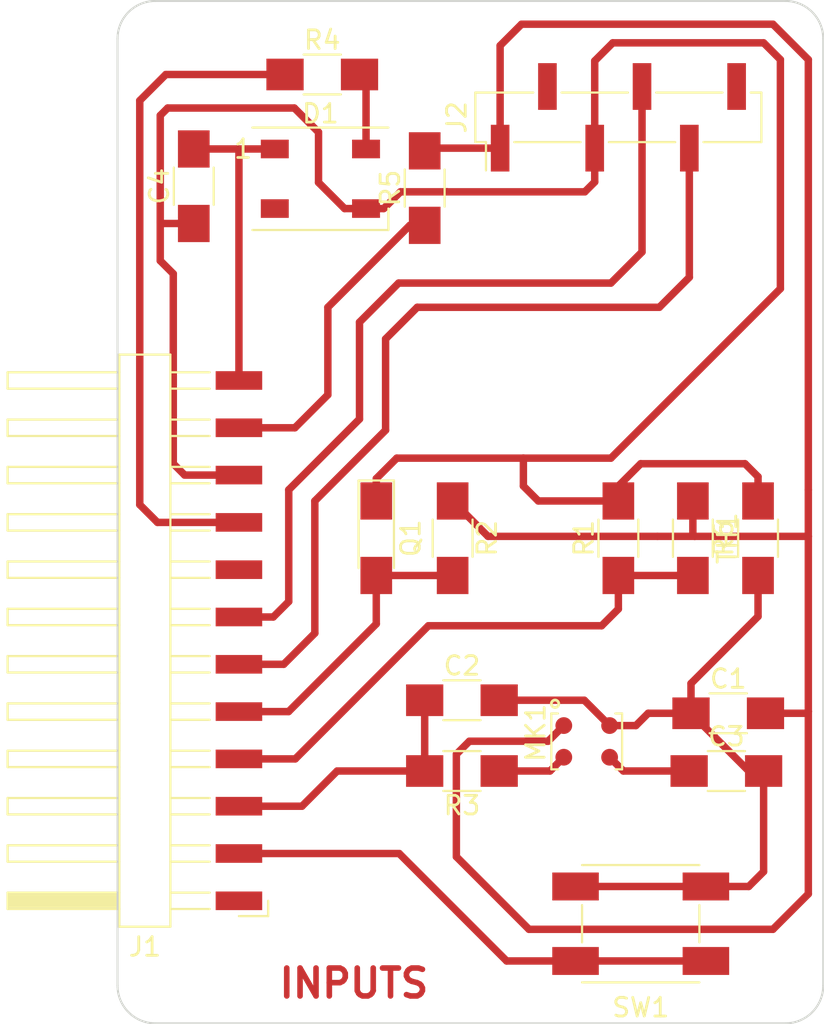
<source format=kicad_pcb>
(kicad_pcb (version 20211014) (generator pcbnew)
  (layers (0 "F.Cu" signal) (31 "B.Cu" signal) (34 "B.Paste" user) (35 "F.Paste" user) (36 "B.SilkS" user "B.Silkscreen") (37 "F.SilkS" user "F.Silkscreen") (38 "B.Mask" user) (39 "F.Mask" user) (44 "Edge.Cuts" user))
  (net 0 "")
  (net 1 "9")
  (net 2 "10")
  (net 3 "11")
  (net 4 "14")
  (net 5 "15")
  (net 6 "SDA")
  (net 7 "SCL")
  (net 8 "18")
  (net 9 "22")
  (net 10 "GND")
  (net 13 "/gain")
  (net 14 "/output")
  (net 15 "+3V3")
  (net 16 "+5V")
  (net 18 "Net-(D1-Pad4)")
  (net 19 "Net-(J1-Pad11)")
  (footprint "fab:R_1206" (layer "F.Cu") (at 75.2 38.5 90)
    (fp_text reference "R5" (at 0 -1.85 90) (layer "F.SilkS"))
    (fp_text value "0")
    (fp_line (start -1 -1.07) (end 1 -1.07) (layer "F.SilkS") (width 0.12))
    (fp_line (start 1 1.07) (end -1 1.07) (layer "F.SilkS") (width 0.12))
    (pad "1" smd rect locked (at -2 0 90) (size 2 1.7) (layers "F.Cu" "F.Paste" "F.Mask") (net 19 "Net-(J1-Pad11)"))
    (pad "2" smd rect locked (at 2 0 90) (size 2 1.7) (layers "F.Cu" "F.Paste" "F.Mask") (net 15 "+3V3"))
  )
  (footprint "fab:C_1206" (layer "F.Cu") (at 62.8 38.4 90)
    (fp_text reference "C4" (at 0 -1.85 90) (layer "F.SilkS"))
    (fp_text value "100nF")
    (fp_line (start 1 1.07) (end -1 1.07) (layer "F.SilkS") (width 0.12))
    (fp_line (start -1 -1.07) (end 1 -1.07) (layer "F.SilkS") (width 0.12))
    (pad "1" smd rect locked (at -2 0 90) (size 2 1.7) (layers "F.Cu" "F.Paste" "F.Mask") (net 10 "GND"))
    (pad "2" smd rect locked (at 2 0 90) (size 2 1.7) (layers "F.Cu" "F.Paste" "F.Mask") (net 16 "+5V"))
  )
  (footprint "fab:R_1206" (layer "F.Cu") (at 69.7 32.4)
    (fp_text reference "R4" (at 0 -1.85) (layer "F.SilkS"))
    (fp_text value "300")
    (fp_line (start -1 -1.07) (end 1 -1.07) (layer "F.SilkS") (width 0.12))
    (fp_line (start 1 1.07) (end -1 1.07) (layer "F.SilkS") (width 0.12))
    (pad "1" smd rect locked (at -2 0) (size 2 1.7) (layers "F.Cu" "F.Paste" "F.Mask") (net 9 "22"))
    (pad "2" smd rect locked (at 2 0) (size 2 1.7) (layers "F.Cu" "F.Paste" "F.Mask") (net 18 "Net-(D1-Pad4)"))
  )
  (footprint "fab:C_1206" (layer "F.Cu") (at 91.4 69.8)
    (fp_text reference "C3" (at 0 -1.85) (layer "F.SilkS"))
    (fp_text value "10uF")
    (fp_line (start -1 -1.07) (end 1 -1.07) (layer "F.SilkS") (width 0.12))
    (fp_line (start 1 1.07) (end -1 1.07) (layer "F.SilkS") (width 0.12))
    (pad "1" smd rect locked (at -2 0) (size 2 1.7) (layers "F.Cu" "F.Paste" "F.Mask") (net 13 "/gain"))
    (pad "2" smd rect locked (at 2 0) (size 2 1.7) (layers "F.Cu" "F.Paste" "F.Mask") (net 10 "GND"))
  )
  (footprint "fab:R_1206" (layer "F.Cu") (at 76.7 57.3 -90)
    (fp_text reference "R2" (at 0 -1.85 90) (layer "F.SilkS"))
    (fp_text value "10K")
    (fp_line (start -1 -1.07) (end 1 -1.07) (layer "F.SilkS") (width 0.12))
    (fp_line (start 1 1.07) (end -1 1.07) (layer "F.SilkS") (width 0.12))
    (pad "1" smd rect locked (at -2 0 270) (size 2 1.7) (layers "F.Cu" "F.Paste" "F.Mask") (net 15 "+3V3"))
    (pad "2" smd rect locked (at 2 0 270) (size 2 1.7) (layers "F.Cu" "F.Paste" "F.Mask") (net 5 "15"))
  )
  (footprint "Connector_PinHeader_2.54mm:PinHeader_1x06_P2.54mm_Vertical_SMD_Pin1Left" (layer "F.Cu") (at 85.6 34.7 90)
    (fp_text reference "J2" (at 0 -8.68 90) (layer "F.SilkS"))
    (fp_text value "Conn_01x06_Male")
    (fp_line (start 1.33 -3.05) (end 1.33 0.51) (layer "F.SilkS") (width 0.12))
    (fp_line (start 1.33 7.11) (end 1.33 7.68) (layer "F.SilkS") (width 0.12))
    (fp_line (start -1.33 -7.68) (end 1.33 -7.68) (layer "F.SilkS") (width 0.12))
    (fp_line (start 1.33 -7.68) (end 1.33 -4.57) (layer "F.SilkS") (width 0.12))
    (fp_line (start -1.33 -0.51) (end -1.33 3.05) (layer "F.SilkS") (width 0.12))
    (fp_line (start -1.33 -5.59) (end -1.33 -2.03) (layer "F.SilkS") (width 0.12))
    (fp_line (start 1.33 2.03) (end 1.33 5.59) (layer "F.SilkS") (width 0.12))
    (fp_line (start -1.33 4.57) (end -1.33 7.68) (layer "F.SilkS") (width 0.12))
    (fp_line (start -1.33 -7.11) (end -2.85 -7.11) (layer "F.SilkS") (width 0.12))
    (fp_line (start -1.33 7.68) (end 1.33 7.68) (layer "F.SilkS") (width 0.12))
    (fp_line (start -1.33 -7.68) (end -1.33 -7.11) (layer "F.SilkS") (width 0.12))
    (pad "1" smd rect (at -1.655 -6.35 90) (size 2.51 1) (layers "F.Cu" "F.Paste" "F.Mask") (net 15 "+3V3"))
    (pad "2" smd rect (at 1.655 -3.81 90) (size 2.51 1) (layers "F.Cu" "F.Paste" "F.Mask"))
    (pad "3" smd rect (at -1.655 -1.27 90) (size 2.51 1) (layers "F.Cu" "F.Paste" "F.Mask") (net 10 "GND"))
    (pad "4" smd rect (at 1.655 1.27 90) (size 2.51 1) (layers "F.Cu" "F.Paste" "F.Mask") (net 7 "SCL"))
    (pad "5" smd rect (at -1.655 3.81 90) (size 2.51 1) (layers "F.Cu" "F.Paste" "F.Mask") (net 6 "SDA"))
    (pad "6" smd rect (at 1.655 6.35 90) (size 2.51 1) (layers "F.Cu" "F.Paste" "F.Mask"))
  )
  (footprint "fab:R_1206" (layer "F.Cu") (at 93.1 57.3 90)
    (fp_text reference "R6" (at 0 -1.85 90) (layer "F.SilkS"))
    (fp_text value "0")
    (fp_line (start 1 1.07) (end -1 1.07) (layer "F.SilkS") (width 0.12))
    (fp_line (start -1 -1.07) (end 1 -1.07) (layer "F.SilkS") (width 0.12))
    (pad "1" smd rect locked (at -2 0 90) (size 2 1.7) (layers "F.Cu" "F.Paste" "F.Mask") (net 10 "GND"))
    (pad "2" smd rect locked (at 2 0 90) (size 2 1.7) (layers "F.Cu" "F.Paste" "F.Mask") (net 10 "GND"))
  )
  (footprint "fab:Q_1206" (layer "F.Cu") (at 72.6 57.3 -90)
    (fp_text reference "Q1" (at 0 -1.85 90) (layer "F.SilkS"))
    (fp_text value "Phototransistor")
    (fp_line (start -3.1 0.95) (end 1.6 0.95) (layer "F.SilkS") (width 0.12))
    (fp_line (start -3.1 -0.95) (end 1.6 -0.95) (layer "F.SilkS") (width 0.12))
    (fp_line (start -3.1 -0.95) (end -3.1 0.95) (layer "F.SilkS") (width 0.12))
    (pad "1" smd rect locked (at -2 0 270) (size 2 1.7) (layers "F.Cu" "F.Paste" "F.Mask") (net 10 "GND"))
    (pad "2" smd rect locked (at 2 0 270) (size 2 1.7) (layers "F.Cu" "F.Paste" "F.Mask") (net 5 "15"))
  )
  (footprint "LED_SMD:LED_WS2812B_PLCC4_5.0x5.0mm_P3.2mm" (layer "F.Cu") (at 69.6 38)
    (fp_text reference "D1" (at 0 -3.5) (layer "F.SilkS"))
    (fp_text value "WS2812B")
    (fp_text user "1" (at -4.15 -1.6) (layer "F.SilkS"))
    (fp_line (start -3.65 -2.75) (end 3.65 -2.75) (layer "F.SilkS") (width 0.12))
    (fp_line (start -3.65 2.75) (end 3.65 2.75) (layer "F.SilkS") (width 0.12))
    (fp_line (start 3.65 2.75) (end 3.65 1.6) (layer "F.SilkS") (width 0.12))
    (pad "1" smd rect (at -2.45 -1.6) (size 1.5 1) (layers "F.Cu" "F.Paste" "F.Mask") (net 16 "+5V"))
    (pad "2" smd rect (at -2.45 1.6) (size 1.5 1) (layers "F.Cu" "F.Paste" "F.Mask"))
    (pad "3" smd rect (at 2.45 1.6) (size 1.5 1) (layers "F.Cu" "F.Paste" "F.Mask") (net 10 "GND"))
    (pad "4" smd rect (at 2.45 -1.6) (size 1.5 1) (layers "F.Cu" "F.Paste" "F.Mask") (net 18 "Net-(D1-Pad4)"))
  )
  (footprint "fab:Button_Omron_B3SN_6x6mm" (layer "F.Cu") (at 86.8 78 180)
    (fp_text reference "SW1" (at 0 -4.5) (layer "F.SilkS"))
    (fp_text value "BUTTON_B3SN")
    (fp_line (start -3.15 -3.15) (end 3.15 -3.15) (layer "F.SilkS") (width 0.12))
    (fp_line (start 3.15 -1) (end 3.15 1) (layer "F.SilkS") (width 0.12))
    (fp_line (start 3.15 3.15) (end -3.15 3.15) (layer "F.SilkS") (width 0.12))
    (fp_line (start -3.15 1) (end -3.15 -1) (layer "F.SilkS") (width 0.12))
    (pad "1" smd rect locked (at -3.5 -2 180) (size 2.5 1.5) (layers "F.Cu" "F.Paste" "F.Mask") (net 2 "10"))
    (pad "1" smd rect locked (at 3.5 -2 180) (size 2.5 1.5) (layers "F.Cu" "F.Paste" "F.Mask") (net 2 "10"))
    (pad "2" smd rect locked (at -3.5 2 180) (size 2.5 1.5) (layers "F.Cu" "F.Paste" "F.Mask") (net 10 "GND"))
    (pad "2" smd rect locked (at 3.5 2 180) (size 2.5 1.5) (layers "F.Cu" "F.Paste" "F.Mask") (net 10 "GND"))
  )
  (footprint "fab:R_1206" (layer "F.Cu") (at 85.6 57.3 90)
    (fp_text reference "R1" (at 0 -1.85 90) (layer "F.SilkS"))
    (fp_text value "10K")
    (fp_line (start 1 1.07) (end -1 1.07) (layer "F.SilkS") (width 0.12))
    (fp_line (start -1 -1.07) (end 1 -1.07) (layer "F.SilkS") (width 0.12))
    (pad "1" smd rect locked (at -2 0 90) (size 2 1.7) (layers "F.Cu" "F.Paste" "F.Mask") (net 4 "14"))
    (pad "2" smd rect locked (at 2 0 90) (size 2 1.7) (layers "F.Cu" "F.Paste" "F.Mask") (net 10 "GND"))
  )
  (footprint "Connector_Harwin:Harwin_M20-89012xx_1x12_P2.54mm_Horizontal" (layer "F.Cu") (at 59.7 62.8 180)
    (fp_text reference "J1" (at -0.48 -16.44) (layer "F.SilkS"))
    (fp_text value "Conn_01x12_Female")
    (fp_line (start 0.895 -11.87) (end 6.895 -11.87) (layer "F.SilkS") (width 0.12))
    (fp_line (start -3.955 14.41) (end -1.845 14.41) (layer "F.SilkS") (width 0.12))
    (fp_line (start 6.895 -3.37) (end 0.895 -3.37) (layer "F.SilkS") (width 0.12))
    (fp_line (start -3.955 -6.79) (end -1.845 -6.79) (layer "F.SilkS") (width 0.12))
    (fp_line (start 6.895 0.83) (end 6.895 1.71) (layer "F.SilkS") (width 0.12))
    (fp_line (start 6.895 -11.87) (end 6.895 -10.99) (layer "F.SilkS") (width 0.12))
    (fp_line (start -3.955 -14.41) (end -1.845 -14.41) (layer "F.SilkS") (width 0.12))
    (fp_line (start -3.955 -13.53) (end -1.845 -13.53) (layer "F.SilkS") (width 0.12))
    (fp_line (start -3.955 -11.87) (end -1.845 -11.87) (layer "F.SilkS") (width 0.12))
    (fp_line (start 6.895 -14.41) (end 6.895 -13.53) (layer "F.SilkS") (width 0.12))
    (fp_line (start 0.895 -4.25) (end 6.895 -4.25) (layer "F.SilkS") (width 0.12))
    (fp_line (start 6.895 13.53) (end 6.895 14.41) (layer "F.SilkS") (width 0.12))
    (fp_line (start 6.895 -6.79) (end 6.895 -5.91) (layer "F.SilkS") (width 0.12))
    (fp_line (start 6.895 14.41) (end 0.895 14.41) (layer "F.SilkS") (width 0.12))
    (fp_line (start -3.955 10.99) (end -1.845 10.99) (layer "F.SilkS") (width 0.12))
    (fp_line (start 6.895 6.79) (end 0.895 6.79) (layer "F.SilkS") (width 0.12))
    (fp_line (start -3.955 -1.71) (end -1.845 -1.71) (layer "F.SilkS") (width 0.12))
    (fp_line (start 6.895 -8.45) (end 0.895 -8.45) (layer "F.SilkS") (width 0.12))
    (fp_line (start -3.955 9.33) (end -1.845 9.33) (layer "F.SilkS") (width 0.12))
    (fp_line (start 0.895 -6.79) (end 6.895 -6.79) (layer "F.SilkS") (width 0.12))
    (fp_line (start 6.895 11.87) (end 0.895 11.87) (layer "F.SilkS") (width 0.12))
    (fp_line (start -1.845 -15.36) (end 0.895 -15.36) (layer "F.SilkS") (width 0.12))
    (fp_line (start -3.955 3.37) (end -1.845 3.37) (layer "F.SilkS") (width 0.12))
    (fp_line (start 6.895 -0.83) (end 0.895 -0.83) (layer "F.SilkS") (width 0.12))
    (fp_line (start 6.895 3.37) (end 6.895 4.25) (layer "F.SilkS") (width 0.12))
    (fp_line (start -3.955 5.91) (end -1.845 5.91) (layer "F.SilkS") (width 0.12))
    (fp_line (start 6.895 10.99) (end 6.895 11.87) (layer "F.SilkS") (width 0.12))
    (fp_line (start -3.955 -10.99) (end -1.845 -10.99) (layer "F.SilkS") (width 0.12))
    (fp_line (start 6.895 -4.25) (end 6.895 -3.37) (layer "F.SilkS") (width 0.12))
    (fp_line (start -3.955 8.45) (end -1.845 8.45) (layer "F.SilkS") (width 0.12))
    (fp_line (start 0.895 5.91) (end 6.895 5.91) (layer "F.SilkS") (width 0.12))
    (fp_line (start 0.895 -1.71) (end 6.895 -1.71) (layer "F.SilkS") (width 0.12))
    (fp_line (start 0.895 -9.33) (end 6.895 -9.33) (layer "F.SilkS") (width 0.12))
    (fp_line (start 6.895 -1.71) (end 6.895 -0.83) (layer "F.SilkS") (width 0.12))
    (fp_line (start 6.895 -5.91) (end 0.895 -5.91) (layer "F.SilkS") (width 0.12))
    (fp_line (start -3.955 13.53) (end -1.845 13.53) (layer "F.SilkS") (width 0.12))
    (fp_line (start 6.895 8.45) (end 6.895 9.33) (layer "F.SilkS") (width 0.12))
    (fp_line (start -7.095 -14.79) (end -5.525 -14.79) (layer "F.SilkS") (width 0.12))
    (fp_line (start -3.955 -4.25) (end -1.845 -4.25) (layer "F.SilkS") (width 0.12))
    (fp_line (start -3.955 -5.91) (end -1.845 -5.91) (layer "F.SilkS") (width 0.12))
    (fp_line (start -3.955 -9.33) (end -1.845 -9.33) (layer "F.SilkS") (width 0.12))
    (fp_line (start 6.895 9.33) (end 0.895 9.33) (layer "F.SilkS") (width 0.12))
    (fp_line (start -3.955 -3.37) (end -1.845 -3.37) (layer "F.SilkS") (width 0.12))
    (fp_line (start -3.955 -8.45) (end -1.845 -8.45) (layer "F.SilkS") (width 0.12))
    (fp_line (start -3.955 4.25) (end -1.845 4.25) (layer "F.SilkS") (width 0.12))
    (fp_line (start 0.895 -15.36) (end 0.895 15.36) (layer "F.SilkS") (width 0.12))
    (fp_line (start 0.895 13.53) (end 6.895 13.53) (layer "F.SilkS") (width 0.12))
    (fp_line (start 6.895 -10.99) (end 0.895 -10.99) (layer "F.SilkS") (width 0.12))
    (fp_line (start -3.955 11.87) (end -1.845 11.87) (layer "F.SilkS") (width 0.12))
    (fp_line (start -3.955 0.83) (end -1.845 0.83) (layer "F.SilkS") (width 0.12))
    (fp_line (start 0.895 0.83) (end 6.895 0.83) (layer "F.SilkS") (width 0.12))
    (fp_line (start 0.895 -14.41) (end 6.895 -14.41) (layer "F.SilkS") (width 0.12))
    (fp_line (start -7.095 -13.97) (end -7.095 -14.79) (layer "F.SilkS") (width 0.12))
    (fp_line (start 6.895 5.91) (end 6.895 6.79) (layer "F.SilkS") (width 0.12))
    (fp_line (start 6.895 1.71) (end 0.895 1.71) (layer "F.SilkS") (width 0.12))
    (fp_line (start 6.895 -13.53) (end 0.895 -13.53) (layer "F.SilkS") (width 0.12))
    (fp_line (start 6.895 -9.33) (end 6.895 -8.45) (layer "F.SilkS") (width 0.12))
    (fp_line (start 0.895 8.45) (end 6.895 8.45) (layer "F.SilkS") (width 0.12))
    (fp_line (start 0.895 10.99) (end 6.895 10.99) (layer "F.SilkS") (width 0.12))
    (fp_line (start -3.955 6.79) (end -1.845 6.79) (layer "F.SilkS") (width 0.12))
    (fp_line (start -3.955 1.71) (end -1.845 1.71) (layer "F.SilkS") (width 0.12))
    (fp_line (start 6.895 4.25) (end 0.895 4.25) (layer "F.SilkS") (width 0.12))
    (fp_line (start 0.895 15.36) (end -1.845 15.36) (layer "F.SilkS") (width 0.12))
    (fp_line (start -1.845 15.36) (end -1.845 -15.36) (layer "F.SilkS") (width 0.12))
    (fp_line (start 0.895 3.37) (end 6.895 3.37) (layer "F.SilkS") (width 0.12))
    (fp_line (start -3.955 -0.83) (end -1.845 -0.83) (layer "F.SilkS") (width 0.12))
    (pad "" smd rect (at 3.895 -13.97 180) (size 6 0.76) (layers "F.SilkS"))
    (pad "1" smd rect (at -5.525 -13.97 180) (size 2.5 1) (layers "F.Cu" "F.Paste" "F.Mask") (net 1 "9"))
    (pad "2" smd rect (at -5.525 -11.43 180) (size 2.5 1) (layers "F.Cu" "F.Paste" "F.Mask") (net 2 "10"))
    (pad "3" smd rect (at -5.525 -8.89 180) (size 2.5 1) (layers "F.Cu" "F.Paste" "F.Mask") (net 3 "11"))
    (pad "4" smd rect (at -5.525 -6.35 180) (size 2.5 1) (layers "F.Cu" "F.Paste" "F.Mask") (net 4 "14"))
    (pad "5" smd rect (at -5.525 -3.81 180) (size 2.5 1) (layers "F.Cu" "F.Paste" "F.Mask") (net 5 "15"))
    (pad "6" smd rect (at -5.525 -1.27 180) (size 2.5 1) (layers "F.Cu" "F.Paste" "F.Mask") (net 6 "SDA"))
    (pad "7" smd rect (at -5.525 1.27 180) (size 2.5 1) (layers "F.Cu" "F.Paste" "F.Mask") (net 7 "SCL"))
    (pad "8" smd rect (at -5.525 3.81 180) (size 2.5 1) (layers "F.Cu" "F.Paste" "F.Mask") (net 8 "18"))
    (pad "9" smd rect (at -5.525 6.35 180) (size 2.5 1) (layers "F.Cu" "F.Paste" "F.Mask") (net 9 "22"))
    (pad "10" smd rect (at -5.525 8.89 180) (size 2.5 1) (layers "F.Cu" "F.Paste" "F.Mask") (net 10 "GND"))
    (pad "11" smd rect (at -5.525 11.43 180) (size 2.5 1) (layers "F.Cu" "F.Paste" "F.Mask") (net 19 "Net-(J1-Pad11)"))
    (pad "12" smd rect (at -5.525 13.97 180) (size 2.5 1) (layers "F.Cu" "F.Paste" "F.Mask") (net 16 "+5V"))
  )
  (footprint "fab:C_1206" (layer "F.Cu") (at 91.5 66.7)
    (fp_text reference "C1" (at 0 -1.85) (layer "F.SilkS"))
    (fp_text value ".1uF")
    (fp_line (start 1 1.07) (end -1 1.07) (layer "F.SilkS") (width 0.12))
    (fp_line (start -1 -1.07) (end 1 -1.07) (layer "F.SilkS") (width 0.12))
    (pad "1" smd rect locked (at -2 0) (size 2 1.7) (layers "F.Cu" "F.Paste" "F.Mask") (net 10 "GND"))
    (pad "2" smd rect locked (at 2 0) (size 2 1.7) (layers "F.Cu" "F.Paste" "F.Mask") (net 15 "+3V3"))
  )
  (footprint "fab:Mic_MEMS_Analog_Knowles_SPU0414HR5H" (layer "F.Cu") (at 83.9 68.21 90)
    (fp_text reference "MK1" (at 0.46 -2.74 90) (layer "F.SilkS"))
    (fp_text value "MEMS")
    (fp_line (start 1.5 1.9) (end 1.5 1.54) (layer "F.SilkS") (width 0.12))
    (fp_line (start 1.5 -1.9) (end 1.5 -1.55) (layer "F.SilkS") (width 0.12))
    (fp_line (start -1.5 1.9) (end -1.5 1.55) (layer "F.SilkS") (width 0.12))
    (fp_line (start -1.5 -1.9) (end 1.5 -1.9) (layer "F.SilkS") (width 0.12))
    (fp_line (start -1.5 -1.9) (end -1.5 -1.53) (layer "F.SilkS") (width 0.12))
    (fp_line (start 1.5 1.9) (end -1.5 1.9) (layer "F.SilkS") (width 0.12))
    (fp_circle (center 2.02 -1.7) (end 2.22 -1.7) (layer "F.SilkS") (width 0.15) (fill none))
    (pad "1" smd circle locked (at 0.85 -1.23 90) (size 0.9 0.9) (layers "F.Cu" "F.Paste" "F.Mask") (net 15 "+3V3"))
    (pad "2" smd circle locked (at 0.85 1.23 90) (size 0.9 0.9) (layers "F.Cu" "F.Paste" "F.Mask") (net 10 "GND"))
    (pad "3" smd circle locked (at -0.85 1.23 90) (size 0.9 0.9) (layers "F.Cu" "F.Paste" "F.Mask") (net 13 "/gain"))
    (pad "4" smd circle locked (at -0.85 -1.23 90) (size 0.9 0.9) (layers "F.Cu" "F.Paste" "F.Mask") (net 14 "/output"))
  )
  (footprint "fab:C_1206" (layer "F.Cu") (at 77.2 66)
    (fp_text reference "C2" (at 0 -1.85) (layer "F.SilkS"))
    (fp_text value ".1uF")
    (fp_line (start -1 -1.07) (end 1 -1.07) (layer "F.SilkS") (width 0.12))
    (fp_line (start 1 1.07) (end -1 1.07) (layer "F.SilkS") (width 0.12))
    (pad "1" smd rect locked (at -2 0) (size 2 1.7) (layers "F.Cu" "F.Paste" "F.Mask") (net 3 "11"))
    (pad "2" smd rect locked (at 2 0) (size 2 1.7) (layers "F.Cu" "F.Paste" "F.Mask") (net 10 "GND"))
  )
  (footprint "fab:R_1206" (layer "F.Cu") (at 77.2 69.8 180)
    (fp_text reference "R3" (at 0 -1.85) (layer "F.SilkS"))
    (fp_text value "1K")
    (fp_line (start -1 -1.07) (end 1 -1.07) (layer "F.SilkS") (width 0.12))
    (fp_line (start 1 1.07) (end -1 1.07) (layer "F.SilkS") (width 0.12))
    (pad "1" smd rect locked (at -2 0 180) (size 2 1.7) (layers "F.Cu" "F.Paste" "F.Mask") (net 14 "/output"))
    (pad "2" smd rect locked (at 2 0 180) (size 2 1.7) (layers "F.Cu" "F.Paste" "F.Mask") (net 3 "11"))
  )
  (footprint "fab:R_1206" (layer "F.Cu") (at 89.6 57.3 -90)
    (fp_text reference "TH1" (at 0 -1.85 90) (layer "F.SilkS"))
    (fp_text value "Thermistor_NTC")
    (fp_line (start -1 -1.07) (end 1 -1.07) (layer "F.SilkS") (width 0.12))
    (fp_line (start 1 1.07) (end -1 1.07) (layer "F.SilkS") (width 0.12))
    (pad "1" smd rect locked (at -2 0 270) (size 2 1.7) (layers "F.Cu" "F.Paste" "F.Mask") (net 15 "+3V3"))
    (pad "2" smd rect locked (at 2 0 270) (size 2 1.7) (layers "F.Cu" "F.Paste" "F.Mask") (net 4 "14"))
  )
  (gr_line (start 58.828433 29.78242) (end 58.864717 29.690396) (layer "Edge.Cuts") (width 0.105471))
  (gr_line (start 95.862561 28.915476) (end 95.93609 28.979169) (layer "Edge.Cuts") (width 0.105471))
  (gr_line (start 59.108052 82.533274) (end 59.051554 82.453825) (layer "Edge.Cuts") (width 0.105471))
  (gr_line (start 58.95005 82.286744) (end 58.905298 82.199368) (layer "Edge.Cuts") (width 0.105471))
  (gr_line (start 96.306624 82.371606) (end 96.253914 82.453825) (layer "Edge.Cuts") (width 0.105471))
  (gr_line (start 96.40017 82.199368) (end 96.355418 82.286744) (layer "Edge.Cuts") (width 0.105471))
  (gr_line (start 60.731912 28.452734) (end 60.731912 28.452734) (layer "Edge.Cuts") (width 0.105471))
  (gr_line (start 94.677836 28.455371) (end 94.780748 28.463197) (layer "Edge.Cuts") (width 0.105471))
  (gr_line (start 94.780748 28.463197) (end 94.882163 28.476084) (layer "Edge.Cuts") (width 0.105471))
  (gr_line (start 58.905298 29.600632) (end 58.95005 29.513256) (layer "Edge.Cuts") (width 0.105471))
  (gr_line (start 95.452102 83.147436) (end 95.362338 83.188017) (layer "Edge.Cuts") (width 0.105471))
  (gr_line (start 60.731912 83.347266) (end 60.731912 83.347266) (layer "Edge.Cuts") (width 0.105471))
  (gr_line (start 95.786008 82.944682) (end 95.706559 83.00118) (layer "Edge.Cuts") (width 0.105471))
  (gr_line (start 96.589537 81.528014) (end 96.57665 81.629429) (layer "Edge.Cuts") (width 0.105471))
  (gr_line (start 58.998844 82.371606) (end 58.95005 82.286744) (layer "Edge.Cuts") (width 0.105471))
  (gr_line (start 60.731912 28.452734) (end 94.573556 28.452734) (layer "Edge.Cuts") (width 0.105471))
  (gr_line (start 96.006467 29.046267) (end 96.073565 29.116644) (layer "Edge.Cuts") (width 0.105471))
  (gr_line (start 58.905298 82.199368) (end 58.864717 82.109604) (layer "Edge.Cuts") (width 0.105471))
  (gr_line (start 96.57665 30.170571) (end 96.589537 30.271986) (layer "Edge.Cuts") (width 0.105471))
  (gr_line (start 58.95005 29.513256) (end 58.998844 29.428394) (layer "Edge.Cuts") (width 0.105471))
  (gr_line (start 58.828433 82.01758) (end 58.796573 81.923423) (layer "Edge.Cuts") (width 0.105471))
  (gr_line (start 60.035154 83.224301) (end 59.94313 83.188017) (layer "Edge.Cuts") (width 0.105471))
  (gr_line (start 60.731912 83.347266) (end 60.627632 83.344629) (layer "Edge.Cuts") (width 0.105471))
  (gr_line (start 96.597363 30.374898) (end 96.6 30.479178) (layer "Edge.Cuts") (width 0.105471))
  (gr_line (start 96.508895 29.876577) (end 96.536202 29.972739) (layer "Edge.Cuts") (width 0.105471))
  (gr_line (start 96.6 30.479178) (end 96.6 30.479178) (layer "Edge.Cuts") (width 0.105471))
  (gr_line (start 94.981954 28.493905) (end 95.079995 28.516532) (layer "Edge.Cuts") (width 0.105471))
  (gr_line (start 60.323514 83.306095) (end 60.225473 83.283468) (layer "Edge.Cuts") (width 0.105471))
  (gr_line (start 59.51946 82.944682) (end 59.442907 82.884524) (layer "Edge.Cuts") (width 0.105471))
  (gr_line (start 94.677836 83.344629) (end 94.573556 83.347266) (layer "Edge.Cuts") (width 0.105471))
  (gr_line (start 94.573556 28.452734) (end 94.677836 28.455371) (layer "Edge.Cuts") (width 0.105471))
  (gr_line (start 58.715931 30.271986) (end 58.728818 30.170571) (layer "Edge.Cuts") (width 0.105471))
  (gr_line (start 58.998844 29.428394) (end 59.051554 29.346175) (layer "Edge.Cuts") (width 0.105471))
  (gr_line (start 59.598909 28.79882) (end 59.681128 28.74611) (layer "Edge.Cuts") (width 0.105471))
  (gr_line (start 58.746639 30.07078) (end 58.769266 29.972739) (layer "Edge.Cuts") (width 0.105471))
  (gr_line (start 96.006467 82.753733) (end 95.93609 82.820831) (layer "Edge.Cuts") (width 0.105471))
  (gr_line (start 59.231903 29.116644) (end 59.299001 29.046267) (layer "Edge.Cuts") (width 0.105471))
  (gr_line (start 95.539478 83.102684) (end 95.452102 83.147436) (layer "Edge.Cuts") (width 0.105471))
  (gr_line (start 96.253914 82.453825) (end 96.197416 82.533274) (layer "Edge.Cuts") (width 0.105471))
  (gr_line (start 59.16821 82.609827) (end 59.108052 82.533274) (layer "Edge.Cuts") (width 0.105471))
  (gr_line (start 60.731912 28.452734) (end 60.731912 28.452734) (layer "Edge.Cuts") (width 0.105471))
  (gr_line (start 95.176157 83.256161) (end 95.079995 83.283468) (layer "Edge.Cuts") (width 0.105471))
  (gr_line (start 60.52472 28.463197) (end 60.627632 28.455371) (layer "Edge.Cuts") (width 0.105471))
  (gr_line (start 60.225473 83.283468) (end 60.129311 83.256161) (layer "Edge.Cuts") (width 0.105471))
  (gr_line (start 58.715931 81.528014) (end 58.708105 81.425102) (layer "Edge.Cuts") (width 0.105471))
  (gr_line (start 95.706559 28.79882) (end 95.786008 28.855318) (layer "Edge.Cuts") (width 0.105471))
  (gr_line (start 95.786008 28.855318) (end 95.862561 28.915476) (layer "Edge.Cuts") (width 0.105471))
  (gr_line (start 59.231903 82.683356) (end 59.16821 82.609827) (layer "Edge.Cuts") (width 0.105471))
  (gr_line (start 58.746639 81.72922) (end 58.728818 81.629429) (layer "Edge.Cuts") (width 0.105471))
  (gr_line (start 59.442907 28.915476) (end 59.51946 28.855318) (layer "Edge.Cuts") (width 0.105471))
  (gr_line (start 60.627632 83.344629) (end 60.52472 83.336803) (layer "Edge.Cuts") (width 0.105471))
  (gr_line (start 58.708105 30.374898) (end 58.715931 30.271986) (layer "Edge.Cuts") (width 0.105471))
  (gr_line (start 59.442907 82.884524) (end 59.369378 82.820831) (layer "Edge.Cuts") (width 0.105471))
  (gr_line (start 94.981954 83.306095) (end 94.882163 83.323916) (layer "Edge.Cuts") (width 0.105471))
  (gr_line (start 59.76599 28.697316) (end 59.853366 28.652564) (layer "Edge.Cuts") (width 0.105471))
  (gr_line (start 96.253914 29.346175) (end 96.306624 29.428394) (layer "Edge.Cuts") (width 0.105471))
  (gr_line (start 96.558829 81.72922) (end 96.536202 81.827261) (layer "Edge.Cuts") (width 0.105471))
  (gr_line (start 58.864717 29.690396) (end 58.905298 29.600632) (layer "Edge.Cuts") (width 0.105471))
  (gr_line (start 95.539478 28.697316) (end 95.62434 28.74611) (layer "Edge.Cuts") (width 0.105471))
  (gr_line (start 96.6 81.320822) (end 96.6 81.320822) (layer "Edge.Cuts") (width 0.105471))
  (gr_line (start 95.362338 83.188017) (end 95.270314 83.224301) (layer "Edge.Cuts") (width 0.105471))
  (gr_line (start 96.477035 82.01758) (end 96.440751 82.109604) (layer "Edge.Cuts") (width 0.105471))
  (gr_line (start 60.52472 83.336803) (end 60.423305 83.323916) (layer "Edge.Cuts") (width 0.105471))
  (gr_line (start 59.76599 83.102684) (end 59.681128 83.05389) (layer "Edge.Cuts") (width 0.105471))
  (gr_line (start 58.705468 30.479178) (end 58.708105 30.374898) (layer "Edge.Cuts") (width 0.105471))
  (gr_line (start 59.681128 28.74611) (end 59.76599 28.697316) (layer "Edge.Cuts") (width 0.105471))
  (gr_line (start 95.270314 28.575699) (end 95.362338 28.611983) (layer "Edge.Cuts") (width 0.105471))
  (gr_line (start 96.589537 30.271986) (end 96.597363 30.374898) (layer "Edge.Cuts") (width 0.105471))
  (gr_line (start 95.706559 83.00118) (end 95.62434 83.05389) (layer "Edge.Cuts") (width 0.105471))
  (gr_line (start 60.129311 83.256161) (end 60.035154 83.224301) (layer "Edge.Cuts") (width 0.105471))
  (gr_line (start 95.93609 28.979169) (end 96.006467 29.046267) (layer "Edge.Cuts") (width 0.105471))
  (gr_line (start 95.176157 28.543839) (end 95.270314 28.575699) (layer "Edge.Cuts") (width 0.105471))
  (gr_line (start 60.627632 28.455371) (end 60.731912 28.452734) (layer "Edge.Cuts") (width 0.105471))
  (gr_line (start 94.882163 28.476084) (end 94.981954 28.493905) (layer "Edge.Cuts") (width 0.105471))
  (gr_line (start 94.882163 83.323916) (end 94.780748 83.336803) (layer "Edge.Cuts") (width 0.105471))
  (gr_line (start 59.598909 83.00118) (end 59.51946 82.944682) (layer "Edge.Cuts") (width 0.105471))
  (gr_line (start 95.452102 28.652564) (end 95.539478 28.697316) (layer "Edge.Cuts") (width 0.105471))
  (gr_line (start 96.536202 81.827261) (end 96.508895 81.923423) (layer "Edge.Cuts") (width 0.105471))
  (gr_line (start 95.62434 83.05389) (end 95.539478 83.102684) (layer "Edge.Cuts") (width 0.105471))
  (gr_line (start 59.853366 28.652564) (end 59.94313 28.611983) (layer "Edge.Cuts") (width 0.105471))
  (gr_line (start 58.796573 81.923423) (end 58.769266 81.827261) (layer "Edge.Cuts") (width 0.105471))
  (gr_line (start 60.423305 28.476084) (end 60.52472 28.463197) (layer "Edge.Cuts") (width 0.105471))
  (gr_line (start 59.369378 82.820831) (end 59.299001 82.753733) (layer "Edge.Cuts") (width 0.105471))
  (gr_line (start 96.440751 29.690396) (end 96.477035 29.78242) (layer "Edge.Cuts") (width 0.105471))
  (gr_line (start 96.440751 82.109604) (end 96.40017 82.199368) (layer "Edge.Cuts") (width 0.105471))
  (gr_line (start 59.16821 29.190173) (end 59.231903 29.116644) (layer "Edge.Cuts") (width 0.105471))
  (gr_line (start 58.796573 29.876577) (end 58.828433 29.78242) (layer "Edge.Cuts") (width 0.105471))
  (gr_line (start 96.137258 82.609827) (end 96.073565 82.683356) (layer "Edge.Cuts") (width 0.105471))
  (gr_line (start 60.129311 28.543839) (end 60.225473 28.516532) (layer "Edge.Cuts") (width 0.105471))
  (gr_line (start 60.035154 28.575699) (end 60.129311 28.543839) (layer "Edge.Cuts") (width 0.105471))
  (gr_line (start 58.728818 30.170571) (end 58.746639 30.07078) (layer "Edge.Cuts") (width 0.105471))
  (gr_line (start 58.705468 81.320822) (end 58.705468 81.320822) (layer "Edge.Cuts") (width 0.105471))
  (gr_line (start 96.57665 81.629429) (end 96.558829 81.72922) (layer "Edge.Cuts") (width 0.105471))
  (gr_line (start 59.681128 83.05389) (end 59.598909 83.00118) (layer "Edge.Cuts") (width 0.105471))
  (gr_line (start 96.355418 29.513256) (end 96.40017 29.600632) (layer "Edge.Cuts") (width 0.105471))
  (gr_line (start 59.299001 82.753733) (end 59.231903 82.683356) (layer "Edge.Cuts") (width 0.105471))
  (gr_line (start 96.073565 29.116644) (end 96.137258 29.190173) (layer "Edge.Cuts") (width 0.105471))
  (gr_line (start 96.6 81.320822) (end 96.597363 81.425102) (layer "Edge.Cuts") (width 0.105471))
  (gr_line (start 60.423305 83.323916) (end 60.323514 83.306095) (layer "Edge.Cuts") (width 0.105471))
  (gr_line (start 96.355418 82.286744) (end 96.306624 82.371606) (layer "Edge.Cuts") (width 0.105471))
  (gr_line (start 95.270314 83.224301) (end 95.176157 83.256161) (layer "Edge.Cuts") (width 0.105471))
  (gr_line (start 95.079995 83.283468) (end 94.981954 83.306095) (layer "Edge.Cuts") (width 0.105471))
  (gr_line (start 96.597363 81.425102) (end 96.589537 81.528014) (layer "Edge.Cuts") (width 0.105471))
  (gr_line (start 59.51946 28.855318) (end 59.598909 28.79882) (layer "Edge.Cuts") (width 0.105471))
  (gr_line (start 58.705468 30.479178) (end 58.705468 30.479178) (layer "Edge.Cuts") (width 0.105471))
  (gr_line (start 59.369378 28.979169) (end 59.442907 28.915476) (layer "Edge.Cuts") (width 0.105471))
  (gr_line (start 95.862561 82.884524) (end 95.786008 82.944682) (layer "Edge.Cuts") (width 0.105471))
  (gr_line (start 96.197416 82.533274) (end 96.137258 82.609827) (layer "Edge.Cuts") (width 0.105471))
  (gr_line (start 60.323514 28.493905) (end 60.423305 28.476084) (layer "Edge.Cuts") (width 0.105471))
  (gr_line (start 60.225473 28.516532) (end 60.323514 28.493905) (layer "Edge.Cuts") (width 0.105471))
  (gr_line (start 94.573556 83.347266) (end 60.731912 83.347266) (layer "Edge.Cuts") (width 0.105471))
  (gr_line (start 59.94313 83.188017) (end 59.853366 83.147436) (layer "Edge.Cuts") (width 0.105471))
  (gr_line (start 58.708105 81.425102) (end 58.705468 81.320822) (layer "Edge.Cuts") (width 0.105471))
  (gr_line (start 58.769266 81.827261) (end 58.746639 81.72922) (layer "Edge.Cuts") (width 0.105471))
  (gr_line (start 59.051554 29.346175) (end 59.108052 29.266726) (layer "Edge.Cuts") (width 0.105471))
  (gr_line (start 95.62434 28.74611) (end 95.706559 28.79882) (layer "Edge.Cuts") (width 0.105471))
  (gr_line (start 96.197416 29.266726) (end 96.253914 29.346175) (layer "Edge.Cuts") (width 0.105471))
  (gr_line (start 58.728818 81.629429) (end 58.715931 81.528014) (layer "Edge.Cuts") (width 0.105471))
  (gr_line (start 95.079995 28.516532) (end 95.176157 28.543839) (layer "Edge.Cuts") (width 0.105471))
  (gr_line (start 96.306624 29.428394) (end 96.355418 29.513256) (layer "Edge.Cuts") (width 0.105471))
  (gr_line (start 58.769266 29.972739) (end 58.796573 29.876577) (layer "Edge.Cuts") (width 0.105471))
  (gr_line (start 96.508895 81.923423) (end 96.477035 82.01758) (layer "Edge.Cuts") (width 0.105471))
  (gr_line (start 58.705468 81.320822) (end 58.705468 30.479178) (layer "Edge.Cuts") (width 0.105471))
  (gr_line (start 96.536202 29.972739) (end 96.558829 30.07078) (layer "Edge.Cuts") (width 0.105471))
  (gr_line (start 94.573556 83.347266) (end 94.573556 83.347266) (layer "Edge.Cuts") (width 0.105471))
  (gr_line (start 96.073565 82.683356) (end 96.006467 82.753733) (layer "Edge.Cuts") (width 0.105471))
  (gr_line (start 59.94313 28.611983) (end 60.035154 28.575699) (layer "Edge.Cuts") (width 0.105471))
  (gr_line (start 96.137258 29.190173) (end 96.197416 29.266726) (layer "Edge.Cuts") (width 0.105471))
  (gr_line (start 94.780748 83.336803) (end 94.677836 83.344629) (layer "Edge.Cuts") (width 0.105471))
  (gr_line (start 95.362338 28.611983) (end 95.452102 28.652564) (layer "Edge.Cuts") (width 0.105471))
  (gr_line (start 94.573556 28.452734) (end 94.573556 28.452734) (layer "Edge.Cuts") (width 0.105471))
  (gr_line (start 59.051554 82.453825) (end 58.998844 82.371606) (layer "Edge.Cuts") (width 0.105471))
  (gr_line (start 59.299001 29.046267) (end 59.369378 28.979169) (layer "Edge.Cuts") (width 0.105471))
  (gr_line (start 59.108052 29.266726) (end 59.16821 29.190173) (layer "Edge.Cuts") (width 0.105471))
  (gr_line (start 95.93609 82.820831) (end 95.862561 82.884524) (layer "Edge.Cuts") (width 0.105471))
  (gr_line (start 96.558829 30.07078) (end 96.57665 30.170571) (layer "Edge.Cuts") (width 0.105471))
  (gr_line (start 96.6 30.479178) (end 96.6 81.320822) (layer "Edge.Cuts") (width 0.105471))
  (gr_line (start 96.40017 29.600632) (end 96.440751 29.690396) (layer "Edge.Cuts") (width 0.105471))
  (gr_line (start 58.864717 82.109604) (end 58.828433 82.01758) (layer "Edge.Cuts") (width 0.105471))
  (gr_line (start 96.477035 29.78242) (end 96.508895 29.876577) (layer "Edge.Cuts") (width 0.105471))
  (gr_line (start 59.853366 83.147436) (end 59.76599 83.102684) (layer "Edge.Cuts") (width 0.105471))
  (gr_text "INPUTS" (at 71.4 81.2) (layer "F.Cu") (effects (font (size 1.5 1.5) (thickness 0.3))))
  (segment (start 65.225 74.23) (end 73.83 74.23) (width 0.4) (layer "F.Cu") (net 2))
  (segment (start 73.83 74.23) (end 79.6 80) (width 0.4) (layer "F.Cu") (net 2))
  (segment (start 83.3 80) (end 90.3 80) (width 0.4) (layer "F.Cu") (net 2))
  (segment (start 79.6 80) (end 83.3 80) (width 0.4) (layer "F.Cu") (net 2))
  (segment (start 75.2 66) (end 75.2 69.8) (width 0.4) (layer "F.Cu") (net 3))
  (segment (start 70.5 69.8) (end 74.8 69.8) (width 0.4) (layer "F.Cu") (net 3))
  (segment (start 65.225 71.69) (end 68.61 71.69) (width 0.4) (layer "F.Cu") (net 3))
  (segment (start 68.61 71.69) (end 70.5 69.8) (width 0.4) (layer "F.Cu") (net 3))
  (segment (start 84.7 62) (end 85.6 61.1) (width 0.4) (layer "F.Cu") (net 4))
  (segment (start 85.6 61.1) (end 85.6 59.3) (width 0.4) (layer "F.Cu") (net 4))
  (segment (start 68.25 69.15) (end 75.4 62) (width 0.4) (layer "F.Cu") (net 4))
  (segment (start 65.225 69.15) (end 68.25 69.15) (width 0.4) (layer "F.Cu") (net 4))
  (segment (start 85.6 59.3) (end 89.6 59.3) (width 0.4) (layer "F.Cu") (net 4))
  (segment (start 75.4 62) (end 84.7 62) (width 0.4) (layer "F.Cu") (net 4))
  (segment (start 67.89 66.61) (end 72.6 61.9) (width 0.4) (layer "F.Cu") (net 5))
  (segment (start 72.6 61.9) (end 72.6 59.3) (width 0.4) (layer "F.Cu") (net 5))
  (segment (start 65.225 66.61) (end 67.89 66.61) (width 0.4) (layer "F.Cu") (net 5))
  (segment (start 72.6 59.3) (end 76.7 59.3) (width 0.4) (layer "F.Cu") (net 5))
  (segment (start 73.1 51.5) (end 73.1 46.6) (width 0.4) (layer "F.Cu") (net 6))
  (segment (start 69.3 55.3) (end 73.1 51.5) (width 0.4) (layer "F.Cu") (net 6))
  (segment (start 65.225 64.07) (end 67.63 64.07) (width 0.4) (layer "F.Cu") (net 6))
  (segment (start 74.8 44.9) (end 87.8 44.9) (width 0.4) (layer "F.Cu") (net 6))
  (segment (start 69.3 62.4) (end 69.3 55.3) (width 0.4) (layer "F.Cu") (net 6))
  (segment (start 89.41 43.29) (end 89.41 36.355) (width 0.4) (layer "F.Cu") (net 6))
  (segment (start 67.63 64.07) (end 69.3 62.4) (width 0.4) (layer "F.Cu") (net 6))
  (segment (start 73.1 46.6) (end 74.8 44.9) (width 0.4) (layer "F.Cu") (net 6))
  (segment (start 87.8 44.9) (end 89.41 43.29) (width 0.4) (layer "F.Cu") (net 6))
  (segment (start 85.2 43.6) (end 86.87 41.93) (width 0.4) (layer "F.Cu") (net 7))
  (segment (start 67.9 54.7) (end 71.7 50.9) (width 0.4) (layer "F.Cu") (net 7))
  (segment (start 71.7 50.9) (end 71.7 45.7) (width 0.4) (layer "F.Cu") (net 7))
  (segment (start 71.7 45.7) (end 73.8 43.6) (width 0.4) (layer "F.Cu") (net 7))
  (segment (start 67.9 60.7) (end 67.9 54.7) (width 0.4) (layer "F.Cu") (net 7))
  (segment (start 73.8 43.6) (end 85.2 43.6) (width 0.4) (layer "F.Cu") (net 7))
  (segment (start 86.87 41.93) (end 86.87 33.045) (width 0.4) (layer "F.Cu") (net 7))
  (segment (start 65.225 61.53) (end 67.07 61.53) (width 0.4) (layer "F.Cu") (net 7))
  (segment (start 67.07 61.53) (end 67.9 60.7) (width 0.4) (layer "F.Cu") (net 7))
  (segment (start 59.9 33.8) (end 61.3 32.4) (width 0.4) (layer "F.Cu") (net 9))
  (segment (start 67.7 32.4) (end 61.3 32.4) (width 0.4) (layer "F.Cu") (net 9))
  (segment (start 59.9 55.5) (end 59.9 33.8) (width 0.4) (layer "F.Cu") (net 9))
  (segment (start 60.85 56.45) (end 59.9 55.5) (width 0.4) (layer "F.Cu") (net 9))
  (segment (start 65.225 56.45) (end 60.85 56.45) (width 0.4) (layer "F.Cu") (net 9))
  (segment (start 69.5 35.5) (end 68.2 34.2) (width 0.4) (layer "F.Cu") (net 10))
  (segment (start 94.3 43.9) (end 85.2 53) (width 0.4) (layer "F.Cu") (net 10))
  (segment (start 92.6 76) (end 93.4 75.2) (width 0.4) (layer "F.Cu") (net 10))
  (segment (start 79.2 66) (end 83.77 66) (width 0.4) (layer "F.Cu") (net 10))
  (segment (start 80.5 54.5) (end 80.5 53) (width 0.4) (layer "F.Cu") (net 10))
  (segment (start 61.1 40.4) (end 61 40.3) (width 0.4) (layer "F.Cu") (net 10))
  (segment (start 76.400489 38.700489) (end 76.4 38.7) (width 0.4) (layer "F.Cu") (net 10))
  (segment (start 61 34.6) (end 61 40.3) (width 0.4) (layer "F.Cu") (net 10))
  (segment (start 61 40.3) (end 61 42.4) (width 0.4) (layer "F.Cu") (net 10))
  (segment (start 83.3 76) (end 90.3 76) (width 0.4) (layer "F.Cu") (net 10))
  (segment (start 85.6 55.3) (end 81.3 55.3) (width 0.4) (layer "F.Cu") (net 10))
  (segment (start 70.9 39.6) (end 69.5 38.2) (width 0.4) (layer "F.Cu") (net 10))
  (segment (start 89.5 66.7) (end 92.6 69.8) (width 0.4) (layer "F.Cu") (net 10))
  (segment (start 84.33 36.355) (end 84.33 31.67) (width 0.4) (layer "F.Cu") (net 10))
  (segment (start 85.3 30.7) (end 93.4 30.7) (width 0.4) (layer "F.Cu") (net 10))
  (segment (start 89.5 65.1) (end 93.1 61.5) (width 0.4) (layer "F.Cu") (net 10))
  (segment (start 62.8 40.4) (end 61.1 40.4) (width 0.4) (layer "F.Cu") (net 10))
  (segment (start 61 42.4) (end 61.7 43.1) (width 0.4) (layer "F.Cu") (net 10))
  (segment (start 84.33 36.355) (end 84.33 38.17) (width 0.4) (layer "F.Cu") (net 10))
  (segment (start 90.3 76) (end 92.6 76) (width 0.4) (layer "F.Cu") (net 10))
  (segment (start 69.5 38.2) (end 69.5 35.5) (width 0.4) (layer "F.Cu") (net 10))
  (segment (start 73.7 53) (end 72.6 54.1) (width 0.4) (layer "F.Cu") (net 10))
  (segment (start 62.31 53.91) (end 61.7 53.3) (width 0.4) (layer "F.Cu") (net 10))
  (segment (start 76.4 38.7) (end 73.9 38.7) (width 0.4) (layer "F.Cu") (net 10))
  (segment (start 92.4 53.3) (end 86.8 53.3) (width 0.4) (layer "F.Cu") (net 10))
  (segment (start 65.225 53.91) (end 62.31 53.91) (width 0.4) (layer "F.Cu") (net 10))
  (segment (start 73 39.6) (end 72.05 39.6) (width 0.4) (layer "F.Cu") (net 10))
  (segment (start 61.4 34.2) (end 61 34.6) (width 0.4) (layer "F.Cu") (net 10))
  (segment (start 92.6 69.8) (end 93.4 69.8) (width 0.4) (layer "F.Cu") (net 10))
  (segment (start 93.1 61.5) (end 93.1 59.3) (width 0.4) (layer "F.Cu") (net 10))
  (segment (start 81.3 55.3) (end 80.5 54.5) (width 0.4) (layer "F.Cu") (net 10))
  (segment (start 83.77 66) (end 85.13 67.36) (width 0.4) (layer "F.Cu") (net 10))
  (segment (start 85.6 54.5) (end 85.6 55.3) (width 0.4) (layer "F.Cu") (net 10))
  (segment (start 93.1 54) (end 92.4 53.3) (width 0.4) (layer "F.Cu") (net 10))
  (segment (start 85.13 67.36) (end 86.54 67.36) (width 0.4) (layer "F.Cu") (net 10))
  (segment (start 80.5 53) (end 73.7 53) (width 0.4) (layer "F.Cu") (net 10))
  (segment (start 85.2 53) (end 80.5 53) (width 0.4) (layer "F.Cu") (net 10))
  (segment (start 86.54 67.36) (end 87.2 66.7) (width 0.4) (layer "F.Cu") (net 10))
  (segment (start 61.7 53.3) (end 61.7 43.1) (width 0.4) (layer "F.Cu") (net 10))
  (segment (start 84.33 38.17) (end 83.799511 38.700489) (width 0.4) (layer "F.Cu") (net 10))
  (segment (start 73.9 38.7) (end 73 39.6) (width 0.4) (layer "F.Cu") (net 10))
  (segment (start 83.799511 38.700489) (end 76.400489 38.700489) (width 0.4) (layer "F.Cu") (net 10))
  (segment (start 68.2 34.2) (end 61.4 34.2) (width 0.4) (layer "F.Cu") (net 10))
  (segment (start 94.3 31.6) (end 94.3 43.9) (width 0.4) (layer "F.Cu") (net 10))
  (segment (start 86.8 53.3) (end 85.6 54.5) (width 0.4) (layer "F.Cu") (net 10))
  (segment (start 72.6 54.1) (end 72.6 55.3) (width 0.4) (layer "F.Cu") (net 10))
  (segment (start 84.33 31.67) (end 85.3 30.7) (width 0.4) (layer "F.Cu") (net 10))
  (segment (start 93.1 55.3) (end 93.1 54) (width 0.4) (layer "F.Cu") (net 10))
  (segment (start 93.4 75.2) (end 93.4 69.8) (width 0.4) (layer "F.Cu") (net 10))
  (segment (start 89.5 66.7) (end 89.5 65.1) (width 0.4) (layer "F.Cu") (net 10))
  (segment (start 87.2 66.7) (end 89.4 66.7) (width 0.4) (layer "F.Cu") (net 10))
  (segment (start 93.4 30.7) (end 94.3 31.6) (width 0.4) (layer "F.Cu") (net 10))
  (segment (start 72.05 39.6) (end 70.9 39.6) (width 0.4) (layer "F.Cu") (net 10))
  (segment (start 85.87 69.8) (end 85.13 69.06) (width 0.4) (layer "F.Cu") (net 13))
  (segment (start 89.4 69.8) (end 85.87 69.8) (width 0.4) (layer "F.Cu") (net 13))
  (segment (start 79.2 69.8) (end 81.93 69.8) (width 0.4) (layer "F.Cu") (net 14))
  (segment (start 81.93 69.8) (end 82.67 69.06) (width 0.4) (layer "F.Cu") (net 14))
  (segment (start 82.67 67.36) (end 81.83 68.2) (width 0.4) (layer "F.Cu") (net 15))
  (segment (start 95.8 31.6) (end 95.8 54.7) (width 0.4) (layer "F.Cu") (net 15))
  (segment (start 78.6 57.2) (end 76.7 55.3) (width 0.4) (layer "F.Cu") (net 15))
  (segment (start 95.8 76.4) (end 95.8 66.6) (width 0.4) (layer "F.Cu") (net 15))
  (segment (start 93.9 78.3) (end 95.8 76.4) (width 0.4) (layer "F.Cu") (net 15))
  (segment (start 79.25 36.355) (end 75.345 36.355) (width 0.4) (layer "F.Cu") (net 15))
  (segment (start 76.9 68.9) (end 76.9 74.4) (width 0.4) (layer "F.Cu") (net 15))
  (segment (start 95.8 66.6) (end 95.8 57.2) (width 0.4) (layer "F.Cu") (net 15))
  (segment (start 80.8 78.3) (end 93.9 78.3) (width 0.4) (layer "F.Cu") (net 15))
  (segment (start 89.6 55.3) (end 89.6 57.1) (width 0.4) (layer "F.Cu") (net 15))
  (segment (start 79.25 36.355) (end 79.25 30.85) (width 0.4) (layer "F.Cu") (net 15))
  (segment (start 93.5 66.7) (end 95.7 66.7) (width 0.4) (layer "F.Cu") (net 15))
  (segment (start 95.7 66.7) (end 95.8 66.6) (width 0.4) (layer "F.Cu") (net 15))
  (segment (start 75.345 36.355) (end 75.2 36.5) (width 0.4) (layer "F.Cu") (net 15))
  (segment (start 95.8 57.2) (end 95.8 54.7) (width 0.4) (layer "F.Cu") (net 15))
  (segment (start 77.6 68.2) (end 76.9 68.9) (width 0.4) (layer "F.Cu") (net 15))
  (segment (start 87.7 57.2) (end 89.7 57.2) (width 0.4) (layer "F.Cu") (net 15))
  (segment (start 79.25 30.85) (end 80.4 29.7) (width 0.4) (layer "F.Cu") (net 15))
  (segment (start 81.83 68.2) (end 77.6 68.2) (width 0.4) (layer "F.Cu") (net 15))
  (segment (start 89.6 57.1) (end 89.7 57.2) (width 0.4) (layer "F.Cu") (net 15))
  (segment (start 87.7 57.2) (end 78.6 57.2) (width 0.4) (layer "F.Cu") (net 15))
  (segment (start 93.9 29.7) (end 95.8 31.6) (width 0.4) (layer "F.Cu") (net 15))
  (segment (start 76.9 74.4) (end 80.8 78.3) (width 0.4) (layer "F.Cu") (net 15))
  (segment (start 80.4 29.7) (end 93.9 29.7) (width 0.4) (layer "F.Cu") (net 15))
  (segment (start 89.7 57.2) (end 95.8 57.2) (width 0.4) (layer "F.Cu") (net 15))
  (segment (start 67.15 36.4) (end 65.2 36.4) (width 0.4) (layer "F.Cu") (net 16))
  (segment (start 65.225 36.425) (end 65.2 36.4) (width 0.4) (layer "F.Cu") (net 16))
  (segment (start 65.2 36.4) (end 62.8 36.4) (width 0.4) (layer "F.Cu") (net 16))
  (segment (start 65.225 48.83) (end 65.225 36.425) (width 0.4) (layer "F.Cu") (net 16))
  (segment (start 72.05 32.75) (end 71.7 32.4) (width 0.4) (layer "F.Cu") (net 18))
  (segment (start 72.05 36.4) (end 72.05 32.75) (width 0.4) (layer "F.Cu") (net 18))
  (segment (start 70 44.9) (end 74.4 40.5) (width 0.4) (layer "F.Cu") (net 19))
  (segment (start 74.4 40.5) (end 75.2 40.5) (width 0.4) (layer "F.Cu") (net 19))
  (segment (start 65.225 51.37) (end 68.23 51.37) (width 0.4) (layer "F.Cu") (net 19))
  (segment (start 70 49.6) (end 70 44.9) (width 0.4) (layer "F.Cu") (net 19))
  (segment (start 68.23 51.37) (end 70 49.6) (width 0.4) (layer "F.Cu") (net 19))
)
</source>
